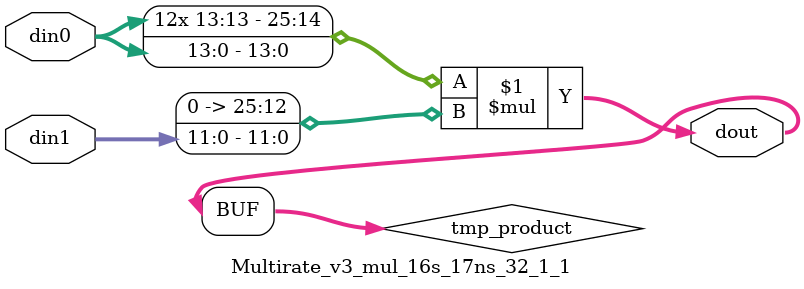
<source format=v>

`timescale 1 ns / 1 ps

 module Multirate_v3_mul_16s_17ns_32_1_1(din0, din1, dout);
parameter ID = 1;
parameter NUM_STAGE = 0;
parameter din0_WIDTH = 14;
parameter din1_WIDTH = 12;
parameter dout_WIDTH = 26;

input [din0_WIDTH - 1 : 0] din0; 
input [din1_WIDTH - 1 : 0] din1; 
output [dout_WIDTH - 1 : 0] dout;

wire signed [dout_WIDTH - 1 : 0] tmp_product;


























assign tmp_product = $signed(din0) * $signed({1'b0, din1});









assign dout = tmp_product;





















endmodule

</source>
